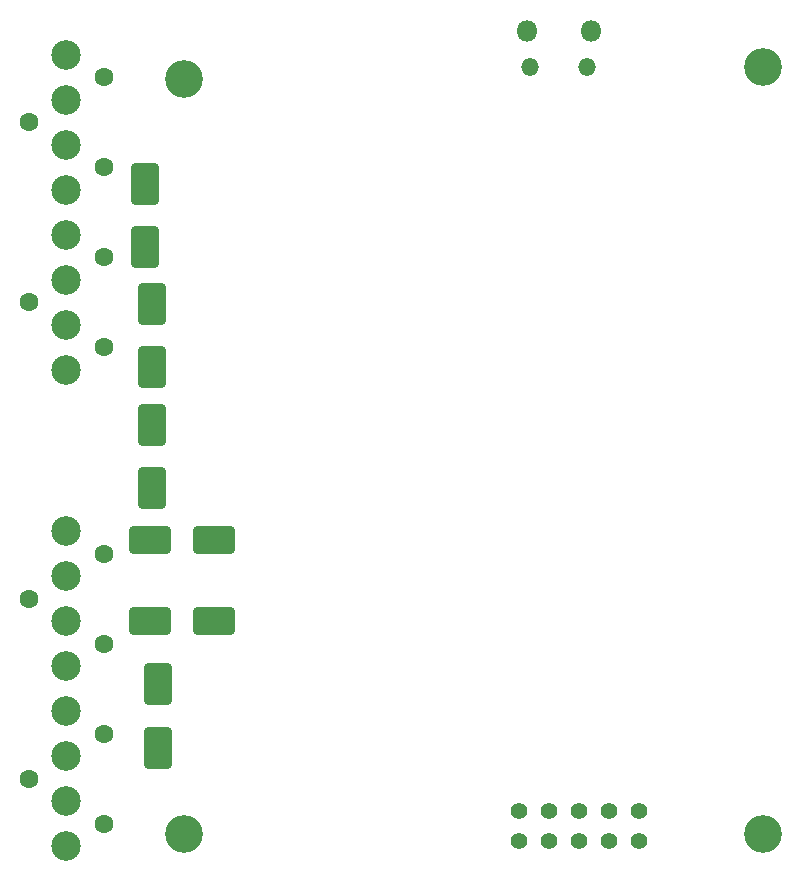
<source format=gbs>
%TF.GenerationSoftware,KiCad,Pcbnew,7.0.5-7.0.5~ubuntu22.04.1*%
%TF.CreationDate,2023-07-07T22:55:56+02:00*%
%TF.ProjectId,door_if3_usb_machine,646f6f72-5f69-4663-935f-7573625f6d61,rev?*%
%TF.SameCoordinates,Original*%
%TF.FileFunction,Soldermask,Bot*%
%TF.FilePolarity,Negative*%
%FSLAX46Y46*%
G04 Gerber Fmt 4.6, Leading zero omitted, Abs format (unit mm)*
G04 Created by KiCad (PCBNEW 7.0.5-7.0.5~ubuntu22.04.1) date 2023-07-07 22:55:56*
%MOMM*%
%LPD*%
G01*
G04 APERTURE LIST*
G04 Aperture macros list*
%AMRoundRect*
0 Rectangle with rounded corners*
0 $1 Rounding radius*
0 $2 $3 $4 $5 $6 $7 $8 $9 X,Y pos of 4 corners*
0 Add a 4 corners polygon primitive as box body*
4,1,4,$2,$3,$4,$5,$6,$7,$8,$9,$2,$3,0*
0 Add four circle primitives for the rounded corners*
1,1,$1+$1,$2,$3*
1,1,$1+$1,$4,$5*
1,1,$1+$1,$6,$7*
1,1,$1+$1,$8,$9*
0 Add four rect primitives between the rounded corners*
20,1,$1+$1,$2,$3,$4,$5,0*
20,1,$1+$1,$4,$5,$6,$7,0*
20,1,$1+$1,$6,$7,$8,$9,0*
20,1,$1+$1,$8,$9,$2,$3,0*%
G04 Aperture macros list end*
%ADD10C,1.600000*%
%ADD11C,2.500000*%
%ADD12C,3.200000*%
%ADD13C,1.422400*%
%ADD14O,1.800000X1.800000*%
%ADD15O,1.500000X1.500000*%
%ADD16RoundRect,0.250000X-1.500000X-0.900000X1.500000X-0.900000X1.500000X0.900000X-1.500000X0.900000X0*%
%ADD17RoundRect,0.250000X-0.900000X1.500000X-0.900000X-1.500000X0.900000X-1.500000X0.900000X1.500000X0*%
%ADD18RoundRect,0.250000X0.900000X-1.500000X0.900000X1.500000X-0.900000X1.500000X-0.900000X-1.500000X0*%
G04 APERTURE END LIST*
D10*
%TO.C,J3*%
X117175000Y-91765000D03*
X117175000Y-84145000D03*
X117175000Y-76525000D03*
X117175000Y-68905000D03*
X110825000Y-87955000D03*
X110825000Y-72715000D03*
D11*
X114000000Y-93670000D03*
X114000000Y-89860000D03*
X114000000Y-86050000D03*
X114000000Y-82240000D03*
X114000000Y-78430000D03*
X114000000Y-74620000D03*
X114000000Y-70810000D03*
X114000000Y-67000000D03*
%TD*%
D10*
%TO.C,J1*%
X117175000Y-132095000D03*
X117175000Y-124475000D03*
X117175000Y-116855000D03*
X117175000Y-109235000D03*
X110825000Y-128285000D03*
X110825000Y-113045000D03*
D11*
X114000000Y-134000000D03*
X114000000Y-130190000D03*
X114000000Y-126380000D03*
X114000000Y-122570000D03*
X114000000Y-118760000D03*
X114000000Y-114950000D03*
X114000000Y-111140000D03*
X114000000Y-107330000D03*
%TD*%
D12*
%TO.C,H4*%
X173000000Y-133000000D03*
%TD*%
D13*
%TO.C,J2*%
X162540000Y-131000000D03*
X162540000Y-133540000D03*
X160000000Y-131000000D03*
X160000000Y-133540000D03*
X157460000Y-131000000D03*
X157460000Y-133540000D03*
X154920000Y-131000000D03*
X154920000Y-133540000D03*
X152380000Y-131000000D03*
X152380000Y-133540000D03*
%TD*%
D12*
%TO.C,H1*%
X124000000Y-69000000D03*
%TD*%
%TO.C,H2*%
X124000000Y-133000000D03*
%TD*%
%TO.C,H3*%
X173000000Y-68000000D03*
%TD*%
D14*
%TO.C,U1*%
X153000000Y-65000000D03*
D15*
X153300000Y-68030000D03*
X158150000Y-68030000D03*
D14*
X158450000Y-65000000D03*
%TD*%
D16*
%TO.C,D13*%
X121100000Y-108100000D03*
X126500000Y-108100000D03*
%TD*%
D17*
%TO.C,D3*%
X121250000Y-98300000D03*
X121250000Y-103700000D03*
%TD*%
%TO.C,D9*%
X121800000Y-120300000D03*
X121800000Y-125700000D03*
%TD*%
D18*
%TO.C,D7*%
X120700000Y-83300000D03*
X120700000Y-77900000D03*
%TD*%
D16*
%TO.C,D11*%
X121100000Y-114900000D03*
X126500000Y-114900000D03*
%TD*%
D18*
%TO.C,D5*%
X121250000Y-93450000D03*
X121250000Y-88050000D03*
%TD*%
M02*

</source>
